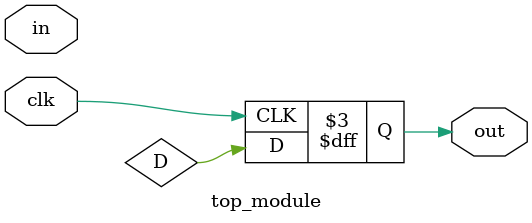
<source format=sv>
module top_module (
	input clk,
	input in,
	output logic out
);

// Declare signals
reg D;

// Instantiate XOR gate
xor gate (
	.in1(in),
	.in2(out),
	.out(D)
);

// Instantiate D flip-flop
always @(posedge clk) begin
	out <= D;
end

endmodule

</source>
